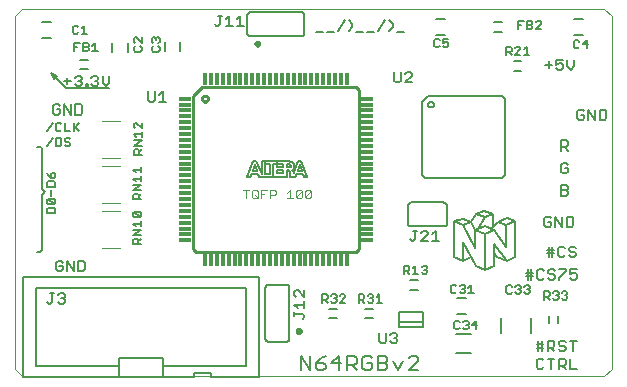
<source format=gto>
G75*
%MOIN*%
%OFA0B0*%
%FSLAX25Y25*%
%IPPOS*%
%LPD*%
%AMOC8*
5,1,8,0,0,1.08239X$1,22.5*
%
%ADD10C,0.00000*%
%ADD11C,0.00500*%
%ADD12C,0.00600*%
%ADD13C,0.01200*%
%ADD14C,0.00800*%
%ADD15C,0.00787*%
%ADD16C,0.00400*%
%ADD17C,0.01000*%
%ADD18C,0.00300*%
%ADD19R,0.04133X0.01182*%
%ADD20R,0.04133X0.01181*%
%ADD21R,0.01182X0.04133*%
%ADD22R,0.01181X0.04133*%
D10*
X0005500Y0013000D02*
X0003000Y0015500D01*
X0003000Y0133000D01*
X0005500Y0135500D01*
X0199500Y0135500D01*
X0202000Y0133000D01*
X0202000Y0015500D01*
X0199500Y0013000D01*
X0005500Y0013000D01*
D11*
X0042348Y0057150D02*
X0042348Y0058501D01*
X0042798Y0058952D01*
X0043699Y0058952D01*
X0044149Y0058501D01*
X0044149Y0057150D01*
X0044149Y0058051D02*
X0045050Y0058952D01*
X0045050Y0060097D02*
X0042348Y0060097D01*
X0045050Y0061898D01*
X0042348Y0061898D01*
X0043248Y0063043D02*
X0042348Y0063944D01*
X0045050Y0063944D01*
X0045050Y0063043D02*
X0045050Y0064845D01*
X0044600Y0065990D02*
X0042798Y0067791D01*
X0044600Y0067791D01*
X0045050Y0067341D01*
X0045050Y0066440D01*
X0044600Y0065990D01*
X0042798Y0065990D01*
X0042348Y0066440D01*
X0042348Y0067341D01*
X0042798Y0067791D01*
X0042448Y0072150D02*
X0042448Y0073501D01*
X0042898Y0073952D01*
X0043799Y0073952D01*
X0044249Y0073501D01*
X0044249Y0072150D01*
X0044249Y0073051D02*
X0045150Y0073952D01*
X0045150Y0075097D02*
X0042448Y0075097D01*
X0045150Y0076898D01*
X0042448Y0076898D01*
X0043348Y0078043D02*
X0042448Y0078944D01*
X0045150Y0078944D01*
X0045150Y0078043D02*
X0045150Y0079845D01*
X0045150Y0080990D02*
X0045150Y0082791D01*
X0045150Y0081890D02*
X0042448Y0081890D01*
X0043348Y0080990D01*
X0042548Y0086950D02*
X0042548Y0088301D01*
X0042998Y0088752D01*
X0043899Y0088752D01*
X0044349Y0088301D01*
X0044349Y0086950D01*
X0044349Y0087851D02*
X0045250Y0088752D01*
X0045250Y0089897D02*
X0042548Y0089897D01*
X0045250Y0091698D01*
X0042548Y0091698D01*
X0043448Y0092843D02*
X0042548Y0093744D01*
X0045250Y0093744D01*
X0045250Y0092843D02*
X0045250Y0094645D01*
X0045250Y0095790D02*
X0043448Y0097591D01*
X0042998Y0097591D01*
X0042548Y0097141D01*
X0042548Y0096240D01*
X0042998Y0095790D01*
X0045250Y0095790D02*
X0045250Y0097591D01*
X0045250Y0086950D02*
X0042548Y0086950D01*
X0024391Y0094750D02*
X0023040Y0096101D01*
X0022590Y0095651D02*
X0024391Y0097452D01*
X0022590Y0097452D02*
X0022590Y0094750D01*
X0021445Y0094750D02*
X0019643Y0094750D01*
X0019643Y0097452D01*
X0018498Y0097002D02*
X0018048Y0097452D01*
X0017147Y0097452D01*
X0016697Y0097002D01*
X0016697Y0095200D01*
X0017147Y0094750D01*
X0018048Y0094750D01*
X0018498Y0095200D01*
X0018048Y0092452D02*
X0016697Y0092452D01*
X0016697Y0089750D01*
X0018048Y0089750D01*
X0018498Y0090200D01*
X0018498Y0092002D01*
X0018048Y0092452D01*
X0019643Y0092002D02*
X0019643Y0091552D01*
X0020093Y0091101D01*
X0020994Y0091101D01*
X0021445Y0090651D01*
X0021445Y0090200D01*
X0020994Y0089750D01*
X0020093Y0089750D01*
X0019643Y0090200D01*
X0019643Y0092002D02*
X0020093Y0092452D01*
X0020994Y0092452D01*
X0021445Y0092002D01*
X0015552Y0092452D02*
X0013750Y0089750D01*
X0013750Y0094750D02*
X0015552Y0097452D01*
X0015449Y0080971D02*
X0014999Y0080521D01*
X0014999Y0079170D01*
X0015900Y0079170D01*
X0016350Y0079620D01*
X0016350Y0080521D01*
X0015900Y0080971D01*
X0015449Y0080971D01*
X0014098Y0080071D02*
X0014999Y0079170D01*
X0014098Y0080071D02*
X0013648Y0080971D01*
X0014098Y0078025D02*
X0013648Y0077574D01*
X0013648Y0076223D01*
X0016350Y0076223D01*
X0016350Y0077574D01*
X0015900Y0078025D01*
X0014098Y0078025D01*
X0014999Y0075078D02*
X0014999Y0073277D01*
X0014098Y0072132D02*
X0015900Y0072132D01*
X0016350Y0071681D01*
X0016350Y0070781D01*
X0015900Y0070330D01*
X0014098Y0072132D01*
X0013648Y0071681D01*
X0013648Y0070781D01*
X0014098Y0070330D01*
X0015900Y0070330D01*
X0015900Y0069185D02*
X0014098Y0069185D01*
X0013648Y0068735D01*
X0013648Y0067384D01*
X0016350Y0067384D01*
X0016350Y0068735D01*
X0015900Y0069185D01*
X0042448Y0072150D02*
X0045150Y0072150D01*
X0045050Y0057150D02*
X0042348Y0057150D01*
X0080484Y0079406D02*
X0081484Y0079406D01*
X0081984Y0080406D01*
X0083984Y0080406D01*
X0084484Y0079406D01*
X0088984Y0079406D01*
X0088984Y0083657D01*
X0090484Y0083657D01*
X0092484Y0083657D01*
X0092484Y0082657D01*
X0090484Y0082657D01*
X0090484Y0083657D01*
X0090484Y0084657D01*
X0094732Y0084657D01*
X0094484Y0083657D02*
X0093732Y0083657D01*
X0093732Y0082657D01*
X0094484Y0082657D01*
X0094528Y0082659D01*
X0094571Y0082665D01*
X0094613Y0082674D01*
X0094655Y0082687D01*
X0094695Y0082704D01*
X0094734Y0082724D01*
X0094771Y0082747D01*
X0094805Y0082774D01*
X0094838Y0082803D01*
X0094867Y0082836D01*
X0094894Y0082870D01*
X0094917Y0082907D01*
X0094937Y0082946D01*
X0094954Y0082986D01*
X0094967Y0083028D01*
X0094976Y0083070D01*
X0094982Y0083113D01*
X0094984Y0083157D01*
X0094982Y0083201D01*
X0094976Y0083244D01*
X0094967Y0083286D01*
X0094954Y0083328D01*
X0094937Y0083368D01*
X0094917Y0083407D01*
X0094894Y0083444D01*
X0094867Y0083478D01*
X0094838Y0083511D01*
X0094805Y0083540D01*
X0094771Y0083567D01*
X0094734Y0083590D01*
X0094695Y0083610D01*
X0094655Y0083627D01*
X0094613Y0083640D01*
X0094571Y0083649D01*
X0094528Y0083655D01*
X0094484Y0083657D01*
X0094733Y0084658D02*
X0094809Y0084649D01*
X0094886Y0084637D01*
X0094961Y0084621D01*
X0095036Y0084601D01*
X0095109Y0084577D01*
X0095182Y0084550D01*
X0095252Y0084519D01*
X0095321Y0084484D01*
X0095389Y0084446D01*
X0095454Y0084405D01*
X0095517Y0084360D01*
X0095577Y0084312D01*
X0095636Y0084261D01*
X0095691Y0084208D01*
X0095744Y0084151D01*
X0095793Y0084092D01*
X0095840Y0084030D01*
X0095883Y0083967D01*
X0095924Y0083901D01*
X0095960Y0083833D01*
X0095994Y0083763D01*
X0096023Y0083692D01*
X0096049Y0083619D01*
X0096071Y0083545D01*
X0096090Y0083470D01*
X0096104Y0083394D01*
X0096115Y0083317D01*
X0096122Y0083240D01*
X0096125Y0083163D01*
X0096124Y0083086D01*
X0096119Y0083009D01*
X0096110Y0082932D01*
X0096097Y0082856D01*
X0096081Y0082781D01*
X0096060Y0082706D01*
X0096036Y0082633D01*
X0096008Y0082561D01*
X0095977Y0082490D01*
X0095941Y0082421D01*
X0095903Y0082354D01*
X0095861Y0082290D01*
X0095816Y0082227D01*
X0095768Y0082167D01*
X0095716Y0082109D01*
X0095662Y0082054D01*
X0095605Y0082001D01*
X0095546Y0081952D01*
X0095484Y0081906D01*
X0095484Y0081908D02*
X0095535Y0081883D01*
X0095585Y0081853D01*
X0095632Y0081821D01*
X0095678Y0081786D01*
X0095721Y0081748D01*
X0095762Y0081707D01*
X0095800Y0081664D01*
X0095835Y0081619D01*
X0095867Y0081571D01*
X0095896Y0081521D01*
X0095921Y0081470D01*
X0095944Y0081417D01*
X0095962Y0081362D01*
X0095978Y0081307D01*
X0095990Y0081250D01*
X0095998Y0081193D01*
X0096002Y0081136D01*
X0096003Y0081079D01*
X0096000Y0081021D01*
X0095993Y0080964D01*
X0095983Y0080907D01*
X0095984Y0081157D02*
X0097484Y0084657D01*
X0098484Y0084657D01*
X0100484Y0079406D01*
X0099484Y0079406D01*
X0098984Y0080406D01*
X0096984Y0080406D01*
X0096484Y0079406D01*
X0094732Y0079406D01*
X0094732Y0081157D01*
X0094730Y0081201D01*
X0094724Y0081244D01*
X0094715Y0081286D01*
X0094702Y0081328D01*
X0094685Y0081368D01*
X0094665Y0081407D01*
X0094642Y0081444D01*
X0094615Y0081478D01*
X0094586Y0081511D01*
X0094553Y0081540D01*
X0094519Y0081567D01*
X0094482Y0081590D01*
X0094443Y0081610D01*
X0094403Y0081627D01*
X0094361Y0081640D01*
X0094319Y0081649D01*
X0094276Y0081655D01*
X0094232Y0081657D01*
X0093732Y0081657D01*
X0093732Y0079406D01*
X0089232Y0079406D01*
X0087984Y0080406D02*
X0086232Y0080406D01*
X0086232Y0083657D01*
X0087984Y0083657D01*
X0087984Y0080406D01*
X0090484Y0080657D02*
X0090484Y0081657D01*
X0092484Y0081657D01*
X0092484Y0080657D01*
X0090484Y0080657D01*
X0086232Y0083657D02*
X0086232Y0084657D01*
X0090484Y0084657D01*
X0086232Y0084657D02*
X0085232Y0084657D01*
X0085232Y0080406D01*
X0083484Y0084657D01*
X0082484Y0084657D01*
X0080484Y0079406D01*
X0082232Y0081406D02*
X0083732Y0081406D01*
X0082984Y0083657D01*
X0082232Y0081406D01*
X0097232Y0081406D02*
X0097984Y0083657D01*
X0098732Y0081406D01*
X0097232Y0081406D01*
X0132650Y0049952D02*
X0134001Y0049952D01*
X0134452Y0049502D01*
X0134452Y0048601D01*
X0134001Y0048151D01*
X0132650Y0048151D01*
X0133551Y0048151D02*
X0134452Y0047250D01*
X0135597Y0047250D02*
X0137398Y0047250D01*
X0136497Y0047250D02*
X0136497Y0049952D01*
X0135597Y0049052D01*
X0138543Y0049502D02*
X0138993Y0049952D01*
X0139894Y0049952D01*
X0140345Y0049502D01*
X0140345Y0049052D01*
X0139894Y0048601D01*
X0140345Y0048151D01*
X0140345Y0047700D01*
X0139894Y0047250D01*
X0138993Y0047250D01*
X0138543Y0047700D01*
X0139444Y0048601D02*
X0139894Y0048601D01*
X0132650Y0047250D02*
X0132650Y0049952D01*
X0124444Y0040352D02*
X0124444Y0037650D01*
X0123543Y0037650D02*
X0125345Y0037650D01*
X0123543Y0039452D02*
X0124444Y0040352D01*
X0122398Y0039902D02*
X0122398Y0039452D01*
X0121948Y0039001D01*
X0122398Y0038551D01*
X0122398Y0038100D01*
X0121948Y0037650D01*
X0121047Y0037650D01*
X0120597Y0038100D01*
X0119452Y0037650D02*
X0118551Y0038551D01*
X0119001Y0038551D02*
X0117650Y0038551D01*
X0117650Y0037650D02*
X0117650Y0040352D01*
X0119001Y0040352D01*
X0119452Y0039902D01*
X0119452Y0039001D01*
X0119001Y0038551D01*
X0120597Y0039902D02*
X0121047Y0040352D01*
X0121948Y0040352D01*
X0122398Y0039902D01*
X0121948Y0039001D02*
X0121497Y0039001D01*
X0113145Y0039452D02*
X0113145Y0039902D01*
X0112694Y0040352D01*
X0111793Y0040352D01*
X0111343Y0039902D01*
X0110198Y0039902D02*
X0110198Y0039452D01*
X0109748Y0039001D01*
X0110198Y0038551D01*
X0110198Y0038100D01*
X0109748Y0037650D01*
X0108847Y0037650D01*
X0108397Y0038100D01*
X0107252Y0037650D02*
X0106351Y0038551D01*
X0106801Y0038551D02*
X0105450Y0038551D01*
X0105450Y0037650D02*
X0105450Y0040352D01*
X0106801Y0040352D01*
X0107252Y0039902D01*
X0107252Y0039001D01*
X0106801Y0038551D01*
X0108397Y0039902D02*
X0108847Y0040352D01*
X0109748Y0040352D01*
X0110198Y0039902D01*
X0109748Y0039001D02*
X0109297Y0039001D01*
X0111343Y0037650D02*
X0113145Y0039452D01*
X0113145Y0037650D02*
X0111343Y0037650D01*
X0148250Y0041200D02*
X0148700Y0040750D01*
X0149601Y0040750D01*
X0150052Y0041200D01*
X0151197Y0041200D02*
X0151647Y0040750D01*
X0152548Y0040750D01*
X0152998Y0041200D01*
X0152998Y0041651D01*
X0152548Y0042101D01*
X0152097Y0042101D01*
X0152548Y0042101D02*
X0152998Y0042552D01*
X0152998Y0043002D01*
X0152548Y0043452D01*
X0151647Y0043452D01*
X0151197Y0043002D01*
X0150052Y0043002D02*
X0149601Y0043452D01*
X0148700Y0043452D01*
X0148250Y0043002D01*
X0148250Y0041200D01*
X0154143Y0040750D02*
X0155945Y0040750D01*
X0155044Y0040750D02*
X0155044Y0043452D01*
X0154143Y0042552D01*
X0166850Y0042902D02*
X0166850Y0041100D01*
X0167300Y0040650D01*
X0168201Y0040650D01*
X0168652Y0041100D01*
X0169797Y0041100D02*
X0170247Y0040650D01*
X0171148Y0040650D01*
X0171598Y0041100D01*
X0171598Y0041551D01*
X0171148Y0042001D01*
X0170697Y0042001D01*
X0171148Y0042001D02*
X0171598Y0042452D01*
X0171598Y0042902D01*
X0171148Y0043352D01*
X0170247Y0043352D01*
X0169797Y0042902D01*
X0168652Y0042902D02*
X0168201Y0043352D01*
X0167300Y0043352D01*
X0166850Y0042902D01*
X0172743Y0042902D02*
X0173193Y0043352D01*
X0174094Y0043352D01*
X0174545Y0042902D01*
X0174545Y0042452D01*
X0174094Y0042001D01*
X0174545Y0041551D01*
X0174545Y0041100D01*
X0174094Y0040650D01*
X0173193Y0040650D01*
X0172743Y0041100D01*
X0173644Y0042001D02*
X0174094Y0042001D01*
X0179450Y0041352D02*
X0180801Y0041352D01*
X0181252Y0040902D01*
X0181252Y0040001D01*
X0180801Y0039551D01*
X0179450Y0039551D01*
X0180351Y0039551D02*
X0181252Y0038650D01*
X0182397Y0039100D02*
X0182847Y0038650D01*
X0183748Y0038650D01*
X0184198Y0039100D01*
X0184198Y0039551D01*
X0183748Y0040001D01*
X0183297Y0040001D01*
X0183748Y0040001D02*
X0184198Y0040452D01*
X0184198Y0040902D01*
X0183748Y0041352D01*
X0182847Y0041352D01*
X0182397Y0040902D01*
X0185343Y0040902D02*
X0185793Y0041352D01*
X0186694Y0041352D01*
X0187145Y0040902D01*
X0187145Y0040452D01*
X0186694Y0040001D01*
X0187145Y0039551D01*
X0187145Y0039100D01*
X0186694Y0038650D01*
X0185793Y0038650D01*
X0185343Y0039100D01*
X0186244Y0040001D02*
X0186694Y0040001D01*
X0179450Y0038650D02*
X0179450Y0041352D01*
X0156694Y0031552D02*
X0156694Y0028850D01*
X0157145Y0030201D02*
X0155343Y0030201D01*
X0156694Y0031552D01*
X0154198Y0031102D02*
X0154198Y0030652D01*
X0153748Y0030201D01*
X0154198Y0029751D01*
X0154198Y0029300D01*
X0153748Y0028850D01*
X0152847Y0028850D01*
X0152397Y0029300D01*
X0151252Y0029300D02*
X0150801Y0028850D01*
X0149900Y0028850D01*
X0149450Y0029300D01*
X0149450Y0031102D01*
X0149900Y0031552D01*
X0150801Y0031552D01*
X0151252Y0031102D01*
X0152397Y0031102D02*
X0152847Y0031552D01*
X0153748Y0031552D01*
X0154198Y0031102D01*
X0153748Y0030201D02*
X0153297Y0030201D01*
X0166750Y0120250D02*
X0166750Y0122952D01*
X0168101Y0122952D01*
X0168552Y0122502D01*
X0168552Y0121601D01*
X0168101Y0121151D01*
X0166750Y0121151D01*
X0167651Y0121151D02*
X0168552Y0120250D01*
X0169697Y0120250D02*
X0171498Y0122052D01*
X0171498Y0122502D01*
X0171048Y0122952D01*
X0170147Y0122952D01*
X0169697Y0122502D01*
X0169697Y0120250D02*
X0171498Y0120250D01*
X0172643Y0120250D02*
X0174445Y0120250D01*
X0173544Y0120250D02*
X0173544Y0122952D01*
X0172643Y0122052D01*
X0173697Y0128750D02*
X0175048Y0128750D01*
X0175498Y0129200D01*
X0175498Y0129651D01*
X0175048Y0130101D01*
X0173697Y0130101D01*
X0175048Y0130101D02*
X0175498Y0130552D01*
X0175498Y0131002D01*
X0175048Y0131452D01*
X0173697Y0131452D01*
X0173697Y0128750D01*
X0171651Y0130101D02*
X0170750Y0130101D01*
X0170750Y0128750D02*
X0170750Y0131452D01*
X0172552Y0131452D01*
X0176643Y0131002D02*
X0177093Y0131452D01*
X0177994Y0131452D01*
X0178445Y0131002D01*
X0178445Y0130552D01*
X0176643Y0128750D01*
X0178445Y0128750D01*
X0189250Y0124602D02*
X0189250Y0122800D01*
X0189700Y0122350D01*
X0190601Y0122350D01*
X0191052Y0122800D01*
X0192197Y0123701D02*
X0193998Y0123701D01*
X0193548Y0122350D02*
X0193548Y0125052D01*
X0192197Y0123701D01*
X0191052Y0124602D02*
X0190601Y0125052D01*
X0189700Y0125052D01*
X0189250Y0124602D01*
X0147498Y0124101D02*
X0147498Y0123200D01*
X0147048Y0122750D01*
X0146147Y0122750D01*
X0145697Y0123200D01*
X0145697Y0124101D02*
X0146597Y0124552D01*
X0147048Y0124552D01*
X0147498Y0124101D01*
X0147498Y0125452D02*
X0145697Y0125452D01*
X0145697Y0124101D01*
X0144552Y0123200D02*
X0144101Y0122750D01*
X0143200Y0122750D01*
X0142750Y0123200D01*
X0142750Y0125002D01*
X0143200Y0125452D01*
X0144101Y0125452D01*
X0144552Y0125002D01*
X0051250Y0124647D02*
X0050800Y0124197D01*
X0051250Y0124647D02*
X0051250Y0125548D01*
X0050800Y0125998D01*
X0050349Y0125998D01*
X0049899Y0125548D01*
X0049899Y0125097D01*
X0049899Y0125548D02*
X0049448Y0125998D01*
X0048998Y0125998D01*
X0048548Y0125548D01*
X0048548Y0124647D01*
X0048998Y0124197D01*
X0048998Y0123052D02*
X0048548Y0122601D01*
X0048548Y0121700D01*
X0048998Y0121250D01*
X0050800Y0121250D01*
X0051250Y0121700D01*
X0051250Y0122601D01*
X0050800Y0123052D01*
X0045250Y0122601D02*
X0044800Y0123052D01*
X0045250Y0122601D02*
X0045250Y0121700D01*
X0044800Y0121250D01*
X0042998Y0121250D01*
X0042548Y0121700D01*
X0042548Y0122601D01*
X0042998Y0123052D01*
X0042998Y0124197D02*
X0042548Y0124647D01*
X0042548Y0125548D01*
X0042998Y0125998D01*
X0043448Y0125998D01*
X0045250Y0124197D01*
X0045250Y0125998D01*
X0030545Y0121450D02*
X0028743Y0121450D01*
X0029644Y0121450D02*
X0029644Y0124152D01*
X0028743Y0123252D01*
X0027598Y0123252D02*
X0027148Y0122801D01*
X0025797Y0122801D01*
X0027148Y0122801D02*
X0027598Y0122351D01*
X0027598Y0121900D01*
X0027148Y0121450D01*
X0025797Y0121450D01*
X0025797Y0124152D01*
X0027148Y0124152D01*
X0027598Y0123702D01*
X0027598Y0123252D01*
X0024652Y0124152D02*
X0022850Y0124152D01*
X0022850Y0121450D01*
X0022850Y0122801D02*
X0023751Y0122801D01*
X0023601Y0127250D02*
X0024052Y0127700D01*
X0023601Y0127250D02*
X0022700Y0127250D01*
X0022250Y0127700D01*
X0022250Y0129502D01*
X0022700Y0129952D01*
X0023601Y0129952D01*
X0024052Y0129502D01*
X0025197Y0129052D02*
X0026097Y0129952D01*
X0026097Y0127250D01*
X0025197Y0127250D02*
X0026998Y0127250D01*
D12*
X0035400Y0124000D02*
X0035400Y0121000D01*
X0040600Y0121000D02*
X0040600Y0124000D01*
X0052900Y0124500D02*
X0052900Y0121500D01*
X0058100Y0121500D02*
X0058100Y0124500D01*
X0069600Y0130367D02*
X0070167Y0129800D01*
X0070734Y0129800D01*
X0071301Y0130367D01*
X0071301Y0133203D01*
X0070734Y0133203D02*
X0071869Y0133203D01*
X0073283Y0132069D02*
X0074417Y0133203D01*
X0074417Y0129800D01*
X0073283Y0129800D02*
X0075552Y0129800D01*
X0076966Y0129800D02*
X0079235Y0129800D01*
X0078101Y0129800D02*
X0078101Y0133203D01*
X0076966Y0132069D01*
X0080500Y0133500D02*
X0080500Y0127500D01*
X0080502Y0127440D01*
X0080507Y0127379D01*
X0080516Y0127320D01*
X0080529Y0127261D01*
X0080545Y0127202D01*
X0080565Y0127145D01*
X0080588Y0127090D01*
X0080615Y0127035D01*
X0080644Y0126983D01*
X0080677Y0126932D01*
X0080713Y0126883D01*
X0080751Y0126837D01*
X0080793Y0126793D01*
X0080837Y0126751D01*
X0080883Y0126713D01*
X0080932Y0126677D01*
X0080983Y0126644D01*
X0081035Y0126615D01*
X0081090Y0126588D01*
X0081145Y0126565D01*
X0081202Y0126545D01*
X0081261Y0126529D01*
X0081320Y0126516D01*
X0081379Y0126507D01*
X0081440Y0126502D01*
X0081500Y0126500D01*
X0098500Y0126500D01*
X0098560Y0126502D01*
X0098621Y0126507D01*
X0098680Y0126516D01*
X0098739Y0126529D01*
X0098798Y0126545D01*
X0098855Y0126565D01*
X0098910Y0126588D01*
X0098965Y0126615D01*
X0099017Y0126644D01*
X0099068Y0126677D01*
X0099117Y0126713D01*
X0099163Y0126751D01*
X0099207Y0126793D01*
X0099249Y0126837D01*
X0099287Y0126883D01*
X0099323Y0126932D01*
X0099356Y0126983D01*
X0099385Y0127035D01*
X0099412Y0127090D01*
X0099435Y0127145D01*
X0099455Y0127202D01*
X0099471Y0127261D01*
X0099484Y0127320D01*
X0099493Y0127379D01*
X0099498Y0127440D01*
X0099500Y0127500D01*
X0099500Y0133500D01*
X0099498Y0133560D01*
X0099493Y0133621D01*
X0099484Y0133680D01*
X0099471Y0133739D01*
X0099455Y0133798D01*
X0099435Y0133855D01*
X0099412Y0133910D01*
X0099385Y0133965D01*
X0099356Y0134017D01*
X0099323Y0134068D01*
X0099287Y0134117D01*
X0099249Y0134163D01*
X0099207Y0134207D01*
X0099163Y0134249D01*
X0099117Y0134287D01*
X0099068Y0134323D01*
X0099017Y0134356D01*
X0098965Y0134385D01*
X0098910Y0134412D01*
X0098855Y0134435D01*
X0098798Y0134455D01*
X0098739Y0134471D01*
X0098680Y0134484D01*
X0098621Y0134493D01*
X0098560Y0134498D01*
X0098500Y0134500D01*
X0081500Y0134500D01*
X0081440Y0134498D01*
X0081379Y0134493D01*
X0081320Y0134484D01*
X0081261Y0134471D01*
X0081202Y0134455D01*
X0081145Y0134435D01*
X0081090Y0134412D01*
X0081035Y0134385D01*
X0080983Y0134356D01*
X0080932Y0134323D01*
X0080883Y0134287D01*
X0080837Y0134249D01*
X0080793Y0134207D01*
X0080751Y0134163D01*
X0080713Y0134117D01*
X0080677Y0134068D01*
X0080644Y0134017D01*
X0080615Y0133965D01*
X0080588Y0133910D01*
X0080565Y0133855D01*
X0080545Y0133798D01*
X0080529Y0133739D01*
X0080516Y0133680D01*
X0080507Y0133621D01*
X0080502Y0133560D01*
X0080500Y0133500D01*
X0103300Y0127733D02*
X0105569Y0127733D01*
X0106983Y0127733D02*
X0109252Y0127733D01*
X0110666Y0128300D02*
X0112935Y0131703D01*
X0114349Y0131703D02*
X0115484Y0130569D01*
X0115484Y0129434D01*
X0114349Y0128300D01*
X0116805Y0127733D02*
X0119073Y0127733D01*
X0120488Y0127733D02*
X0122757Y0127733D01*
X0124171Y0128300D02*
X0126440Y0131703D01*
X0127854Y0131703D02*
X0128989Y0130569D01*
X0128989Y0129434D01*
X0127854Y0128300D01*
X0130310Y0127733D02*
X0132578Y0127733D01*
X0143500Y0126900D02*
X0146500Y0126900D01*
X0146500Y0132100D02*
X0143500Y0132100D01*
X0162750Y0131062D02*
X0165250Y0131062D01*
X0165250Y0127937D02*
X0162750Y0127937D01*
X0169250Y0118062D02*
X0171750Y0118062D01*
X0171750Y0114937D02*
X0169250Y0114937D01*
X0179800Y0116901D02*
X0182069Y0116901D01*
X0183483Y0116901D02*
X0184617Y0117469D01*
X0185185Y0117469D01*
X0185752Y0116901D01*
X0185752Y0115767D01*
X0185185Y0115200D01*
X0184050Y0115200D01*
X0183483Y0115767D01*
X0183483Y0116901D02*
X0183483Y0118603D01*
X0185752Y0118603D01*
X0187166Y0118603D02*
X0187166Y0116334D01*
X0188301Y0115200D01*
X0189435Y0116334D01*
X0189435Y0118603D01*
X0180934Y0118036D02*
X0180934Y0115767D01*
X0166280Y0105622D02*
X0165295Y0106606D01*
X0140689Y0106606D01*
X0138720Y0104638D01*
X0138720Y0080031D01*
X0139705Y0079047D01*
X0165295Y0079047D01*
X0166280Y0080031D01*
X0166280Y0105622D01*
X0185100Y0091703D02*
X0186801Y0091703D01*
X0187369Y0091136D01*
X0187369Y0090001D01*
X0186801Y0089434D01*
X0185100Y0089434D01*
X0185100Y0088300D02*
X0185100Y0091703D01*
X0186234Y0089434D02*
X0187369Y0088300D01*
X0186801Y0084103D02*
X0185667Y0084103D01*
X0185100Y0083536D01*
X0185100Y0081267D01*
X0185667Y0080700D01*
X0186801Y0080700D01*
X0187369Y0081267D01*
X0187369Y0082401D01*
X0186234Y0082401D01*
X0187369Y0083536D02*
X0186801Y0084103D01*
X0186801Y0076703D02*
X0185100Y0076703D01*
X0185100Y0073300D01*
X0186801Y0073300D01*
X0187369Y0073867D01*
X0187369Y0074434D01*
X0186801Y0075001D01*
X0185100Y0075001D01*
X0186801Y0075001D02*
X0187369Y0075569D01*
X0187369Y0076136D01*
X0186801Y0076703D01*
X0186866Y0066303D02*
X0188568Y0066303D01*
X0189135Y0065736D01*
X0189135Y0063467D01*
X0188568Y0062900D01*
X0186866Y0062900D01*
X0186866Y0066303D01*
X0185452Y0066303D02*
X0185452Y0062900D01*
X0183183Y0066303D01*
X0183183Y0062900D01*
X0181769Y0063467D02*
X0181769Y0064601D01*
X0180634Y0064601D01*
X0179500Y0063467D02*
X0180067Y0062900D01*
X0181201Y0062900D01*
X0181769Y0063467D01*
X0179500Y0063467D02*
X0179500Y0065736D01*
X0180067Y0066303D01*
X0181201Y0066303D01*
X0181769Y0065736D01*
X0182001Y0056303D02*
X0182001Y0052900D01*
X0180867Y0052900D02*
X0180867Y0056303D01*
X0180300Y0055169D02*
X0182001Y0055169D01*
X0182569Y0055169D01*
X0182569Y0054034D02*
X0180300Y0054034D01*
X0183983Y0053467D02*
X0183983Y0055736D01*
X0184550Y0056303D01*
X0185685Y0056303D01*
X0186252Y0055736D01*
X0187666Y0055736D02*
X0187666Y0055169D01*
X0188233Y0054601D01*
X0189368Y0054601D01*
X0189935Y0054034D01*
X0189935Y0053467D01*
X0189368Y0052900D01*
X0188233Y0052900D01*
X0187666Y0053467D01*
X0186252Y0053467D02*
X0185685Y0052900D01*
X0184550Y0052900D01*
X0183983Y0053467D01*
X0187666Y0055736D02*
X0188233Y0056303D01*
X0189368Y0056303D01*
X0189935Y0055736D01*
X0190301Y0048703D02*
X0188033Y0048703D01*
X0188033Y0047001D01*
X0189167Y0047569D01*
X0189734Y0047569D01*
X0190301Y0047001D01*
X0190301Y0045867D01*
X0189734Y0045300D01*
X0188600Y0045300D01*
X0188033Y0045867D01*
X0186618Y0048136D02*
X0184349Y0045867D01*
X0184349Y0045300D01*
X0182935Y0045867D02*
X0182935Y0046434D01*
X0182368Y0047001D01*
X0181233Y0047001D01*
X0180666Y0047569D01*
X0180666Y0048136D01*
X0181233Y0048703D01*
X0182368Y0048703D01*
X0182935Y0048136D01*
X0184349Y0048703D02*
X0186618Y0048703D01*
X0186618Y0048136D01*
X0182935Y0045867D02*
X0182368Y0045300D01*
X0181233Y0045300D01*
X0180666Y0045867D01*
X0179252Y0045867D02*
X0178685Y0045300D01*
X0177550Y0045300D01*
X0176983Y0045867D01*
X0176983Y0048136D01*
X0177550Y0048703D01*
X0178685Y0048703D01*
X0179252Y0048136D01*
X0175569Y0047569D02*
X0175001Y0047569D01*
X0173300Y0047569D01*
X0173300Y0046434D02*
X0175569Y0046434D01*
X0175001Y0045300D02*
X0175001Y0048703D01*
X0173867Y0048703D02*
X0173867Y0045300D01*
X0175000Y0032500D02*
X0175000Y0027500D01*
X0177467Y0024903D02*
X0177467Y0021500D01*
X0178601Y0021500D02*
X0178601Y0024903D01*
X0178601Y0023769D02*
X0179169Y0023769D01*
X0178601Y0023769D02*
X0176900Y0023769D01*
X0176900Y0022634D02*
X0179169Y0022634D01*
X0180583Y0022634D02*
X0182285Y0022634D01*
X0182852Y0023201D01*
X0182852Y0024336D01*
X0182285Y0024903D01*
X0180583Y0024903D01*
X0180583Y0021500D01*
X0181717Y0022634D02*
X0182852Y0021500D01*
X0184266Y0022067D02*
X0184833Y0021500D01*
X0185968Y0021500D01*
X0186535Y0022067D01*
X0186535Y0022634D01*
X0185968Y0023201D01*
X0184833Y0023201D01*
X0184266Y0023769D01*
X0184266Y0024336D01*
X0184833Y0024903D01*
X0185968Y0024903D01*
X0186535Y0024336D01*
X0187949Y0024903D02*
X0190218Y0024903D01*
X0189084Y0024903D02*
X0189084Y0021500D01*
X0187949Y0018903D02*
X0187949Y0015500D01*
X0190218Y0015500D01*
X0186535Y0015500D02*
X0185401Y0016634D01*
X0185968Y0016634D02*
X0184266Y0016634D01*
X0184266Y0015500D02*
X0184266Y0018903D01*
X0185968Y0018903D01*
X0186535Y0018336D01*
X0186535Y0017201D01*
X0185968Y0016634D01*
X0182852Y0018903D02*
X0180583Y0018903D01*
X0181717Y0018903D02*
X0181717Y0015500D01*
X0179169Y0016067D02*
X0178601Y0015500D01*
X0177467Y0015500D01*
X0176900Y0016067D01*
X0176900Y0018336D01*
X0177467Y0018903D01*
X0178601Y0018903D01*
X0179169Y0018336D01*
X0165000Y0027500D02*
X0165000Y0032500D01*
X0155000Y0027125D02*
X0150000Y0027125D01*
X0150000Y0020875D02*
X0155000Y0020875D01*
X0138937Y0029539D02*
X0138937Y0031131D01*
X0131063Y0031131D01*
X0131063Y0034461D01*
X0138937Y0034461D01*
X0138937Y0031131D01*
X0138937Y0029539D02*
X0131063Y0029539D01*
X0131063Y0031131D01*
X0129885Y0027503D02*
X0128750Y0027503D01*
X0128183Y0026936D01*
X0126769Y0027503D02*
X0126769Y0024667D01*
X0126201Y0024100D01*
X0125067Y0024100D01*
X0124500Y0024667D01*
X0124500Y0027503D01*
X0128183Y0024667D02*
X0128750Y0024100D01*
X0129885Y0024100D01*
X0130452Y0024667D01*
X0130452Y0025234D01*
X0129885Y0025801D01*
X0129317Y0025801D01*
X0129885Y0025801D02*
X0130452Y0026369D01*
X0130452Y0026936D01*
X0129885Y0027503D01*
X0122250Y0032437D02*
X0119750Y0032437D01*
X0119750Y0035563D02*
X0122250Y0035563D01*
X0110250Y0035563D02*
X0107750Y0035563D01*
X0107750Y0032437D02*
X0110250Y0032437D01*
X0099500Y0032667D02*
X0099500Y0033234D01*
X0098933Y0033801D01*
X0096097Y0033801D01*
X0096097Y0033234D02*
X0096097Y0034369D01*
X0097231Y0035783D02*
X0096097Y0036917D01*
X0099500Y0036917D01*
X0099500Y0035783D02*
X0099500Y0038052D01*
X0099500Y0039466D02*
X0097231Y0041735D01*
X0096664Y0041735D01*
X0096097Y0041168D01*
X0096097Y0040033D01*
X0096664Y0039466D01*
X0099500Y0039466D02*
X0099500Y0041735D01*
X0094500Y0042600D02*
X0094500Y0025600D01*
X0094498Y0025540D01*
X0094493Y0025479D01*
X0094484Y0025420D01*
X0094471Y0025361D01*
X0094455Y0025302D01*
X0094435Y0025245D01*
X0094412Y0025190D01*
X0094385Y0025135D01*
X0094356Y0025083D01*
X0094323Y0025032D01*
X0094287Y0024983D01*
X0094249Y0024937D01*
X0094207Y0024893D01*
X0094163Y0024851D01*
X0094117Y0024813D01*
X0094068Y0024777D01*
X0094017Y0024744D01*
X0093965Y0024715D01*
X0093910Y0024688D01*
X0093855Y0024665D01*
X0093798Y0024645D01*
X0093739Y0024629D01*
X0093680Y0024616D01*
X0093621Y0024607D01*
X0093560Y0024602D01*
X0093500Y0024600D01*
X0087500Y0024600D01*
X0087440Y0024602D01*
X0087379Y0024607D01*
X0087320Y0024616D01*
X0087261Y0024629D01*
X0087202Y0024645D01*
X0087145Y0024665D01*
X0087090Y0024688D01*
X0087035Y0024715D01*
X0086983Y0024744D01*
X0086932Y0024777D01*
X0086883Y0024813D01*
X0086837Y0024851D01*
X0086793Y0024893D01*
X0086751Y0024937D01*
X0086713Y0024983D01*
X0086677Y0025032D01*
X0086644Y0025083D01*
X0086615Y0025135D01*
X0086588Y0025190D01*
X0086565Y0025245D01*
X0086545Y0025302D01*
X0086529Y0025361D01*
X0086516Y0025420D01*
X0086507Y0025479D01*
X0086502Y0025540D01*
X0086500Y0025600D01*
X0086500Y0042600D01*
X0086502Y0042660D01*
X0086507Y0042721D01*
X0086516Y0042780D01*
X0086529Y0042839D01*
X0086545Y0042898D01*
X0086565Y0042955D01*
X0086588Y0043010D01*
X0086615Y0043065D01*
X0086644Y0043117D01*
X0086677Y0043168D01*
X0086713Y0043217D01*
X0086751Y0043263D01*
X0086793Y0043307D01*
X0086837Y0043349D01*
X0086883Y0043387D01*
X0086932Y0043423D01*
X0086983Y0043456D01*
X0087035Y0043485D01*
X0087090Y0043512D01*
X0087145Y0043535D01*
X0087202Y0043555D01*
X0087261Y0043571D01*
X0087320Y0043584D01*
X0087379Y0043593D01*
X0087440Y0043598D01*
X0087500Y0043600D01*
X0093500Y0043600D01*
X0093560Y0043598D01*
X0093621Y0043593D01*
X0093680Y0043584D01*
X0093739Y0043571D01*
X0093798Y0043555D01*
X0093855Y0043535D01*
X0093910Y0043512D01*
X0093965Y0043485D01*
X0094017Y0043456D01*
X0094068Y0043423D01*
X0094117Y0043387D01*
X0094163Y0043349D01*
X0094207Y0043307D01*
X0094249Y0043263D01*
X0094287Y0043217D01*
X0094323Y0043168D01*
X0094356Y0043117D01*
X0094385Y0043065D01*
X0094412Y0043010D01*
X0094435Y0042955D01*
X0094455Y0042898D01*
X0094471Y0042839D01*
X0094484Y0042780D01*
X0094493Y0042721D01*
X0094498Y0042660D01*
X0094500Y0042600D01*
X0099500Y0032667D02*
X0098933Y0032100D01*
X0134750Y0041938D02*
X0137250Y0041938D01*
X0137250Y0045062D02*
X0134750Y0045062D01*
X0150500Y0039100D02*
X0153500Y0039100D01*
X0153500Y0033900D02*
X0150500Y0033900D01*
X0180937Y0033250D02*
X0180937Y0030750D01*
X0184062Y0030750D02*
X0184062Y0033250D01*
X0144335Y0058100D02*
X0142066Y0058100D01*
X0143201Y0058100D02*
X0143201Y0061503D01*
X0142066Y0060369D01*
X0140652Y0060369D02*
X0140652Y0060936D01*
X0140085Y0061503D01*
X0138950Y0061503D01*
X0138383Y0060936D01*
X0136969Y0061503D02*
X0135834Y0061503D01*
X0136401Y0061503D02*
X0136401Y0058667D01*
X0135834Y0058100D01*
X0135267Y0058100D01*
X0134700Y0058667D01*
X0138383Y0058100D02*
X0140652Y0060369D01*
X0140652Y0058100D02*
X0138383Y0058100D01*
X0135000Y0063000D02*
X0146000Y0063000D01*
X0146060Y0063002D01*
X0146121Y0063007D01*
X0146180Y0063016D01*
X0146239Y0063029D01*
X0146298Y0063045D01*
X0146355Y0063065D01*
X0146410Y0063088D01*
X0146465Y0063115D01*
X0146517Y0063144D01*
X0146568Y0063177D01*
X0146617Y0063213D01*
X0146663Y0063251D01*
X0146707Y0063293D01*
X0146749Y0063337D01*
X0146787Y0063383D01*
X0146823Y0063432D01*
X0146856Y0063483D01*
X0146885Y0063535D01*
X0146912Y0063590D01*
X0146935Y0063645D01*
X0146955Y0063702D01*
X0146971Y0063761D01*
X0146984Y0063820D01*
X0146993Y0063879D01*
X0146998Y0063940D01*
X0147000Y0064000D01*
X0147000Y0070000D01*
X0146998Y0070060D01*
X0146993Y0070121D01*
X0146984Y0070180D01*
X0146971Y0070239D01*
X0146955Y0070298D01*
X0146935Y0070355D01*
X0146912Y0070410D01*
X0146885Y0070465D01*
X0146856Y0070517D01*
X0146823Y0070568D01*
X0146787Y0070617D01*
X0146749Y0070663D01*
X0146707Y0070707D01*
X0146663Y0070749D01*
X0146617Y0070787D01*
X0146568Y0070823D01*
X0146517Y0070856D01*
X0146465Y0070885D01*
X0146410Y0070912D01*
X0146355Y0070935D01*
X0146298Y0070955D01*
X0146239Y0070971D01*
X0146180Y0070984D01*
X0146121Y0070993D01*
X0146060Y0070998D01*
X0146000Y0071000D01*
X0135000Y0071000D01*
X0134940Y0070998D01*
X0134879Y0070993D01*
X0134820Y0070984D01*
X0134761Y0070971D01*
X0134702Y0070955D01*
X0134645Y0070935D01*
X0134590Y0070912D01*
X0134535Y0070885D01*
X0134483Y0070856D01*
X0134432Y0070823D01*
X0134383Y0070787D01*
X0134337Y0070749D01*
X0134293Y0070707D01*
X0134251Y0070663D01*
X0134213Y0070617D01*
X0134177Y0070568D01*
X0134144Y0070517D01*
X0134115Y0070465D01*
X0134088Y0070410D01*
X0134065Y0070355D01*
X0134045Y0070298D01*
X0134029Y0070239D01*
X0134016Y0070180D01*
X0134007Y0070121D01*
X0134002Y0070060D01*
X0134000Y0070000D01*
X0134000Y0064000D01*
X0134002Y0063940D01*
X0134007Y0063879D01*
X0134016Y0063820D01*
X0134029Y0063761D01*
X0134045Y0063702D01*
X0134065Y0063645D01*
X0134088Y0063590D01*
X0134115Y0063535D01*
X0134144Y0063483D01*
X0134177Y0063432D01*
X0134213Y0063383D01*
X0134251Y0063337D01*
X0134293Y0063293D01*
X0134337Y0063251D01*
X0134383Y0063213D01*
X0134432Y0063177D01*
X0134483Y0063144D01*
X0134535Y0063115D01*
X0134590Y0063088D01*
X0134645Y0063065D01*
X0134702Y0063045D01*
X0134761Y0063029D01*
X0134820Y0063016D01*
X0134879Y0063007D01*
X0134940Y0063002D01*
X0135000Y0063000D01*
X0190500Y0099067D02*
X0190500Y0101336D01*
X0191067Y0101903D01*
X0192201Y0101903D01*
X0192769Y0101336D01*
X0192769Y0100201D02*
X0191634Y0100201D01*
X0192769Y0100201D02*
X0192769Y0099067D01*
X0192201Y0098500D01*
X0191067Y0098500D01*
X0190500Y0099067D01*
X0194183Y0098500D02*
X0194183Y0101903D01*
X0196452Y0098500D01*
X0196452Y0101903D01*
X0197866Y0101903D02*
X0199568Y0101903D01*
X0200135Y0101336D01*
X0200135Y0099067D01*
X0199568Y0098500D01*
X0197866Y0098500D01*
X0197866Y0101903D01*
X0192500Y0126900D02*
X0189500Y0126900D01*
X0189500Y0132100D02*
X0192500Y0132100D01*
X0140689Y0103654D02*
X0140691Y0103716D01*
X0140697Y0103779D01*
X0140707Y0103840D01*
X0140721Y0103901D01*
X0140738Y0103961D01*
X0140759Y0104020D01*
X0140785Y0104077D01*
X0140813Y0104132D01*
X0140845Y0104186D01*
X0140881Y0104237D01*
X0140919Y0104287D01*
X0140961Y0104333D01*
X0141005Y0104377D01*
X0141053Y0104418D01*
X0141102Y0104456D01*
X0141154Y0104490D01*
X0141208Y0104521D01*
X0141264Y0104549D01*
X0141322Y0104573D01*
X0141381Y0104594D01*
X0141441Y0104610D01*
X0141502Y0104623D01*
X0141564Y0104632D01*
X0141626Y0104637D01*
X0141689Y0104638D01*
X0141751Y0104635D01*
X0141813Y0104628D01*
X0141875Y0104617D01*
X0141935Y0104602D01*
X0141995Y0104584D01*
X0142053Y0104562D01*
X0142110Y0104536D01*
X0142165Y0104506D01*
X0142218Y0104473D01*
X0142269Y0104437D01*
X0142317Y0104398D01*
X0142363Y0104355D01*
X0142406Y0104310D01*
X0142446Y0104262D01*
X0142483Y0104212D01*
X0142517Y0104159D01*
X0142548Y0104105D01*
X0142574Y0104049D01*
X0142598Y0103991D01*
X0142617Y0103931D01*
X0142633Y0103871D01*
X0142645Y0103809D01*
X0142653Y0103748D01*
X0142657Y0103685D01*
X0142657Y0103623D01*
X0142653Y0103560D01*
X0142645Y0103499D01*
X0142633Y0103437D01*
X0142617Y0103377D01*
X0142598Y0103317D01*
X0142574Y0103259D01*
X0142548Y0103203D01*
X0142517Y0103149D01*
X0142483Y0103096D01*
X0142446Y0103046D01*
X0142406Y0102998D01*
X0142363Y0102953D01*
X0142317Y0102910D01*
X0142269Y0102871D01*
X0142218Y0102835D01*
X0142165Y0102802D01*
X0142110Y0102772D01*
X0142053Y0102746D01*
X0141995Y0102724D01*
X0141935Y0102706D01*
X0141875Y0102691D01*
X0141813Y0102680D01*
X0141751Y0102673D01*
X0141689Y0102670D01*
X0141626Y0102671D01*
X0141564Y0102676D01*
X0141502Y0102685D01*
X0141441Y0102698D01*
X0141381Y0102714D01*
X0141322Y0102735D01*
X0141264Y0102759D01*
X0141208Y0102787D01*
X0141154Y0102818D01*
X0141102Y0102852D01*
X0141053Y0102890D01*
X0141005Y0102931D01*
X0140961Y0102975D01*
X0140919Y0103021D01*
X0140881Y0103071D01*
X0140845Y0103122D01*
X0140813Y0103176D01*
X0140785Y0103231D01*
X0140759Y0103288D01*
X0140738Y0103347D01*
X0140721Y0103407D01*
X0140707Y0103468D01*
X0140697Y0103529D01*
X0140691Y0103592D01*
X0140689Y0103654D01*
X0135352Y0111000D02*
X0133083Y0111000D01*
X0135352Y0113269D01*
X0135352Y0113836D01*
X0134785Y0114403D01*
X0133650Y0114403D01*
X0133083Y0113836D01*
X0131669Y0114403D02*
X0131669Y0111567D01*
X0131101Y0111000D01*
X0129967Y0111000D01*
X0129400Y0111567D01*
X0129400Y0114403D01*
X0053352Y0104600D02*
X0051083Y0104600D01*
X0052217Y0104600D02*
X0052217Y0108003D01*
X0051083Y0106869D01*
X0049669Y0108003D02*
X0049669Y0105167D01*
X0049101Y0104600D01*
X0047967Y0104600D01*
X0047400Y0105167D01*
X0047400Y0108003D01*
X0034500Y0109000D02*
X0020000Y0109000D01*
X0015000Y0114000D01*
X0017000Y0113000D01*
X0016000Y0112000D02*
X0015000Y0114000D01*
X0019300Y0111501D02*
X0021569Y0111501D01*
X0020434Y0110367D02*
X0020434Y0112636D01*
X0022983Y0112636D02*
X0023550Y0113203D01*
X0024685Y0113203D01*
X0025252Y0112636D01*
X0025252Y0112069D01*
X0024685Y0111501D01*
X0025252Y0110934D01*
X0025252Y0110367D01*
X0024685Y0109800D01*
X0023550Y0109800D01*
X0022983Y0110367D01*
X0024117Y0111501D02*
X0024685Y0111501D01*
X0026666Y0110367D02*
X0026666Y0109800D01*
X0027233Y0109800D01*
X0027233Y0110367D01*
X0026666Y0110367D01*
X0028508Y0110367D02*
X0029075Y0109800D01*
X0030209Y0109800D01*
X0030776Y0110367D01*
X0030776Y0110934D01*
X0030209Y0111501D01*
X0029642Y0111501D01*
X0030209Y0111501D02*
X0030776Y0112069D01*
X0030776Y0112636D01*
X0030209Y0113203D01*
X0029075Y0113203D01*
X0028508Y0112636D01*
X0027250Y0115437D02*
X0024750Y0115437D01*
X0024750Y0118562D02*
X0027250Y0118562D01*
X0032191Y0113203D02*
X0032191Y0110934D01*
X0033325Y0109800D01*
X0034460Y0110934D01*
X0034460Y0113203D01*
X0024868Y0103703D02*
X0023166Y0103703D01*
X0023166Y0100300D01*
X0024868Y0100300D01*
X0025435Y0100867D01*
X0025435Y0103136D01*
X0024868Y0103703D01*
X0021752Y0103703D02*
X0021752Y0100300D01*
X0019483Y0103703D01*
X0019483Y0100300D01*
X0018069Y0100867D02*
X0018069Y0102001D01*
X0016934Y0102001D01*
X0015800Y0100867D02*
X0016367Y0100300D01*
X0017501Y0100300D01*
X0018069Y0100867D01*
X0018069Y0103136D02*
X0017501Y0103703D01*
X0016367Y0103703D01*
X0015800Y0103136D01*
X0015800Y0100867D01*
X0011500Y0089500D02*
X0012000Y0089000D01*
X0012000Y0075500D01*
X0013000Y0074500D01*
X0012000Y0073500D01*
X0012000Y0055000D01*
X0011500Y0054500D01*
X0010500Y0054500D01*
X0016700Y0050936D02*
X0016700Y0048667D01*
X0017267Y0048100D01*
X0018401Y0048100D01*
X0018969Y0048667D01*
X0018969Y0049801D01*
X0017834Y0049801D01*
X0016700Y0050936D02*
X0017267Y0051503D01*
X0018401Y0051503D01*
X0018969Y0050936D01*
X0020383Y0051503D02*
X0022652Y0048100D01*
X0022652Y0051503D01*
X0024066Y0051503D02*
X0025768Y0051503D01*
X0026335Y0050936D01*
X0026335Y0048667D01*
X0025768Y0048100D01*
X0024066Y0048100D01*
X0024066Y0051503D01*
X0020383Y0051503D02*
X0020383Y0048100D01*
X0019085Y0040703D02*
X0017950Y0040703D01*
X0017383Y0040136D01*
X0015969Y0040703D02*
X0014834Y0040703D01*
X0015401Y0040703D02*
X0015401Y0037867D01*
X0014834Y0037300D01*
X0014267Y0037300D01*
X0013700Y0037867D01*
X0017383Y0037867D02*
X0017950Y0037300D01*
X0019085Y0037300D01*
X0019652Y0037867D01*
X0019652Y0038434D01*
X0019085Y0039001D01*
X0018517Y0039001D01*
X0019085Y0039001D02*
X0019652Y0039569D01*
X0019652Y0040136D01*
X0019085Y0040703D01*
X0011500Y0089500D02*
X0010500Y0089500D01*
X0012000Y0125900D02*
X0015000Y0125900D01*
X0015000Y0131100D02*
X0012000Y0131100D01*
D13*
X0083500Y0123800D02*
X0083502Y0123844D01*
X0083508Y0123888D01*
X0083518Y0123931D01*
X0083531Y0123973D01*
X0083548Y0124014D01*
X0083569Y0124053D01*
X0083593Y0124090D01*
X0083620Y0124125D01*
X0083650Y0124157D01*
X0083683Y0124187D01*
X0083719Y0124213D01*
X0083756Y0124237D01*
X0083796Y0124256D01*
X0083837Y0124273D01*
X0083880Y0124285D01*
X0083923Y0124294D01*
X0083967Y0124299D01*
X0084011Y0124300D01*
X0084055Y0124297D01*
X0084099Y0124290D01*
X0084142Y0124279D01*
X0084184Y0124265D01*
X0084224Y0124247D01*
X0084263Y0124225D01*
X0084299Y0124201D01*
X0084333Y0124173D01*
X0084365Y0124142D01*
X0084394Y0124108D01*
X0084420Y0124072D01*
X0084442Y0124034D01*
X0084461Y0123994D01*
X0084476Y0123952D01*
X0084488Y0123910D01*
X0084496Y0123866D01*
X0084500Y0123822D01*
X0084500Y0123778D01*
X0084496Y0123734D01*
X0084488Y0123690D01*
X0084476Y0123648D01*
X0084461Y0123606D01*
X0084442Y0123566D01*
X0084420Y0123528D01*
X0084394Y0123492D01*
X0084365Y0123458D01*
X0084333Y0123427D01*
X0084299Y0123399D01*
X0084263Y0123375D01*
X0084224Y0123353D01*
X0084184Y0123335D01*
X0084142Y0123321D01*
X0084099Y0123310D01*
X0084055Y0123303D01*
X0084011Y0123300D01*
X0083967Y0123301D01*
X0083923Y0123306D01*
X0083880Y0123315D01*
X0083837Y0123327D01*
X0083796Y0123344D01*
X0083756Y0123363D01*
X0083719Y0123387D01*
X0083683Y0123413D01*
X0083650Y0123443D01*
X0083620Y0123475D01*
X0083593Y0123510D01*
X0083569Y0123547D01*
X0083548Y0123586D01*
X0083531Y0123627D01*
X0083518Y0123669D01*
X0083508Y0123712D01*
X0083502Y0123756D01*
X0083500Y0123800D01*
X0097200Y0028000D02*
X0097202Y0028044D01*
X0097208Y0028088D01*
X0097218Y0028131D01*
X0097231Y0028173D01*
X0097248Y0028214D01*
X0097269Y0028253D01*
X0097293Y0028290D01*
X0097320Y0028325D01*
X0097350Y0028357D01*
X0097383Y0028387D01*
X0097419Y0028413D01*
X0097456Y0028437D01*
X0097496Y0028456D01*
X0097537Y0028473D01*
X0097580Y0028485D01*
X0097623Y0028494D01*
X0097667Y0028499D01*
X0097711Y0028500D01*
X0097755Y0028497D01*
X0097799Y0028490D01*
X0097842Y0028479D01*
X0097884Y0028465D01*
X0097924Y0028447D01*
X0097963Y0028425D01*
X0097999Y0028401D01*
X0098033Y0028373D01*
X0098065Y0028342D01*
X0098094Y0028308D01*
X0098120Y0028272D01*
X0098142Y0028234D01*
X0098161Y0028194D01*
X0098176Y0028152D01*
X0098188Y0028110D01*
X0098196Y0028066D01*
X0098200Y0028022D01*
X0098200Y0027978D01*
X0098196Y0027934D01*
X0098188Y0027890D01*
X0098176Y0027848D01*
X0098161Y0027806D01*
X0098142Y0027766D01*
X0098120Y0027728D01*
X0098094Y0027692D01*
X0098065Y0027658D01*
X0098033Y0027627D01*
X0097999Y0027599D01*
X0097963Y0027575D01*
X0097924Y0027553D01*
X0097884Y0027535D01*
X0097842Y0027521D01*
X0097799Y0027510D01*
X0097755Y0027503D01*
X0097711Y0027500D01*
X0097667Y0027501D01*
X0097623Y0027506D01*
X0097580Y0027515D01*
X0097537Y0027527D01*
X0097496Y0027544D01*
X0097456Y0027563D01*
X0097419Y0027587D01*
X0097383Y0027613D01*
X0097350Y0027643D01*
X0097320Y0027675D01*
X0097293Y0027710D01*
X0097269Y0027747D01*
X0097248Y0027786D01*
X0097231Y0027827D01*
X0097218Y0027869D01*
X0097208Y0027912D01*
X0097202Y0027956D01*
X0097200Y0028000D01*
D14*
X0098200Y0019904D02*
X0101403Y0015100D01*
X0101403Y0019904D01*
X0098200Y0019904D02*
X0098200Y0015100D01*
X0103356Y0015901D02*
X0103356Y0017502D01*
X0105758Y0017502D01*
X0106559Y0016701D01*
X0106559Y0015901D01*
X0105758Y0015100D01*
X0104157Y0015100D01*
X0103356Y0015901D01*
X0103356Y0017502D02*
X0104958Y0019103D01*
X0106559Y0019904D01*
X0108513Y0017502D02*
X0111716Y0017502D01*
X0113669Y0016701D02*
X0116071Y0016701D01*
X0116872Y0017502D01*
X0116872Y0019103D01*
X0116071Y0019904D01*
X0113669Y0019904D01*
X0113669Y0015100D01*
X0115271Y0016701D02*
X0116872Y0015100D01*
X0118826Y0015901D02*
X0119626Y0015100D01*
X0121228Y0015100D01*
X0122028Y0015901D01*
X0122028Y0017502D01*
X0120427Y0017502D01*
X0122028Y0019103D02*
X0121228Y0019904D01*
X0119626Y0019904D01*
X0118826Y0019103D01*
X0118826Y0015901D01*
X0123982Y0015100D02*
X0126384Y0015100D01*
X0127185Y0015901D01*
X0127185Y0016701D01*
X0126384Y0017502D01*
X0123982Y0017502D01*
X0126384Y0017502D02*
X0127185Y0018303D01*
X0127185Y0019103D01*
X0126384Y0019904D01*
X0123982Y0019904D01*
X0123982Y0015100D01*
X0129138Y0018303D02*
X0130740Y0015100D01*
X0132341Y0018303D01*
X0134295Y0019103D02*
X0135095Y0019904D01*
X0136697Y0019904D01*
X0137498Y0019103D01*
X0137498Y0018303D01*
X0134295Y0015100D01*
X0137498Y0015100D01*
X0110915Y0015100D02*
X0110915Y0019904D01*
X0108513Y0017502D01*
X0084370Y0012965D02*
X0068378Y0012965D01*
X0068378Y0014146D01*
X0062555Y0014146D01*
X0062555Y0012965D01*
X0052413Y0012965D01*
X0037587Y0012965D01*
X0005630Y0012965D01*
X0005630Y0046035D01*
X0084370Y0046035D01*
X0084370Y0012965D01*
X0079941Y0016606D02*
X0052413Y0016606D01*
X0052413Y0019067D02*
X0052413Y0012965D01*
X0052413Y0019067D02*
X0037587Y0019067D01*
X0037587Y0012965D01*
X0037587Y0016606D02*
X0010059Y0016606D01*
X0010059Y0042394D01*
X0079941Y0042394D01*
X0079941Y0016606D01*
D15*
X0149518Y0052781D02*
X0149518Y0064698D01*
X0152491Y0063485D01*
X0155085Y0064532D01*
X0156476Y0061713D01*
X0156476Y0055742D01*
X0152491Y0063485D01*
X0152254Y0065590D02*
X0149518Y0064698D01*
X0152254Y0065590D02*
X0155085Y0064532D01*
X0155156Y0064389D02*
X0156738Y0067279D01*
X0159485Y0068243D01*
X0162269Y0067291D01*
X0159592Y0066233D01*
X0156738Y0067279D01*
X0159592Y0066233D02*
X0157202Y0062129D01*
X0159592Y0063093D01*
X0162697Y0061820D01*
X0166717Y0056123D01*
X0166717Y0063462D01*
X0169726Y0064698D01*
X0169726Y0052781D01*
X0166871Y0051603D01*
X0162589Y0057134D01*
X0162589Y0054042D01*
X0162589Y0049855D01*
X0159628Y0048630D01*
X0156679Y0049843D01*
X0152361Y0057693D01*
X0152361Y0051615D01*
X0149518Y0052781D01*
X0152361Y0051615D02*
X0155085Y0052733D01*
X0152361Y0057693D01*
X0156476Y0061713D02*
X0156476Y0061844D01*
X0159628Y0060559D01*
X0159628Y0048630D01*
X0163565Y0052745D02*
X0166871Y0051603D01*
X0163565Y0052745D02*
X0162589Y0054042D01*
X0159628Y0060559D02*
X0162697Y0061820D01*
X0161709Y0062225D01*
X0159592Y0063093D01*
X0156476Y0061844D01*
X0157202Y0062129D01*
X0156476Y0061713D02*
X0155156Y0064389D01*
X0161709Y0062225D02*
X0163933Y0064520D01*
X0166717Y0063462D01*
X0166871Y0065733D02*
X0163933Y0064520D01*
X0162269Y0062807D02*
X0162269Y0067291D01*
X0166871Y0065733D02*
X0169726Y0064698D01*
D16*
X0037953Y0068102D02*
X0032047Y0068102D01*
X0032047Y0070898D02*
X0037953Y0070898D01*
X0037953Y0083102D02*
X0032047Y0083102D01*
X0032047Y0085898D02*
X0037953Y0085898D01*
X0037953Y0098102D02*
X0032047Y0098102D01*
X0032047Y0055898D02*
X0037953Y0055898D01*
D17*
X0062441Y0055425D02*
X0062441Y0106606D01*
X0065394Y0109559D01*
X0116575Y0109559D01*
X0117559Y0108575D01*
X0117559Y0055425D01*
X0116575Y0054441D01*
X0063425Y0054441D01*
X0062441Y0055425D01*
X0065394Y0105622D02*
X0065396Y0105684D01*
X0065402Y0105747D01*
X0065412Y0105808D01*
X0065426Y0105869D01*
X0065443Y0105929D01*
X0065464Y0105988D01*
X0065490Y0106045D01*
X0065518Y0106100D01*
X0065550Y0106154D01*
X0065586Y0106205D01*
X0065624Y0106255D01*
X0065666Y0106301D01*
X0065710Y0106345D01*
X0065758Y0106386D01*
X0065807Y0106424D01*
X0065859Y0106458D01*
X0065913Y0106489D01*
X0065969Y0106517D01*
X0066027Y0106541D01*
X0066086Y0106562D01*
X0066146Y0106578D01*
X0066207Y0106591D01*
X0066269Y0106600D01*
X0066331Y0106605D01*
X0066394Y0106606D01*
X0066456Y0106603D01*
X0066518Y0106596D01*
X0066580Y0106585D01*
X0066640Y0106570D01*
X0066700Y0106552D01*
X0066758Y0106530D01*
X0066815Y0106504D01*
X0066870Y0106474D01*
X0066923Y0106441D01*
X0066974Y0106405D01*
X0067022Y0106366D01*
X0067068Y0106323D01*
X0067111Y0106278D01*
X0067151Y0106230D01*
X0067188Y0106180D01*
X0067222Y0106127D01*
X0067253Y0106073D01*
X0067279Y0106017D01*
X0067303Y0105959D01*
X0067322Y0105899D01*
X0067338Y0105839D01*
X0067350Y0105777D01*
X0067358Y0105716D01*
X0067362Y0105653D01*
X0067362Y0105591D01*
X0067358Y0105528D01*
X0067350Y0105467D01*
X0067338Y0105405D01*
X0067322Y0105345D01*
X0067303Y0105285D01*
X0067279Y0105227D01*
X0067253Y0105171D01*
X0067222Y0105117D01*
X0067188Y0105064D01*
X0067151Y0105014D01*
X0067111Y0104966D01*
X0067068Y0104921D01*
X0067022Y0104878D01*
X0066974Y0104839D01*
X0066923Y0104803D01*
X0066870Y0104770D01*
X0066815Y0104740D01*
X0066758Y0104714D01*
X0066700Y0104692D01*
X0066640Y0104674D01*
X0066580Y0104659D01*
X0066518Y0104648D01*
X0066456Y0104641D01*
X0066394Y0104638D01*
X0066331Y0104639D01*
X0066269Y0104644D01*
X0066207Y0104653D01*
X0066146Y0104666D01*
X0066086Y0104682D01*
X0066027Y0104703D01*
X0065969Y0104727D01*
X0065913Y0104755D01*
X0065859Y0104786D01*
X0065807Y0104820D01*
X0065758Y0104858D01*
X0065710Y0104899D01*
X0065666Y0104943D01*
X0065624Y0104989D01*
X0065586Y0105039D01*
X0065550Y0105090D01*
X0065518Y0105144D01*
X0065490Y0105199D01*
X0065464Y0105256D01*
X0065443Y0105315D01*
X0065426Y0105375D01*
X0065412Y0105436D01*
X0065402Y0105497D01*
X0065396Y0105560D01*
X0065394Y0105622D01*
D18*
X0079087Y0075288D02*
X0081022Y0075288D01*
X0080054Y0075288D02*
X0080054Y0072386D01*
X0082034Y0072870D02*
X0082517Y0072386D01*
X0083485Y0072386D01*
X0083969Y0072870D01*
X0083969Y0074805D01*
X0083485Y0075288D01*
X0082517Y0075288D01*
X0082034Y0074805D01*
X0082034Y0072870D01*
X0083001Y0073353D02*
X0083969Y0072386D01*
X0084980Y0072386D02*
X0084980Y0075288D01*
X0086915Y0075288D01*
X0087927Y0075288D02*
X0089378Y0075288D01*
X0089862Y0074805D01*
X0089862Y0073837D01*
X0089378Y0073353D01*
X0087927Y0073353D01*
X0087927Y0072386D02*
X0087927Y0075288D01*
X0085948Y0073837D02*
X0084980Y0073837D01*
X0093820Y0074321D02*
X0094787Y0075288D01*
X0094787Y0072386D01*
X0093820Y0072386D02*
X0095755Y0072386D01*
X0096766Y0072870D02*
X0098701Y0074805D01*
X0098701Y0072870D01*
X0098217Y0072386D01*
X0097250Y0072386D01*
X0096766Y0072870D01*
X0096766Y0074805D01*
X0097250Y0075288D01*
X0098217Y0075288D01*
X0098701Y0074805D01*
X0099713Y0074805D02*
X0100196Y0075288D01*
X0101164Y0075288D01*
X0101648Y0074805D01*
X0099713Y0072870D01*
X0100196Y0072386D01*
X0101164Y0072386D01*
X0101648Y0072870D01*
X0101648Y0074805D01*
X0099713Y0074805D02*
X0099713Y0072870D01*
D19*
X0120217Y0074126D03*
X0120217Y0078063D03*
X0120217Y0082000D03*
X0120217Y0085937D03*
X0120217Y0089874D03*
X0120217Y0093811D03*
X0120217Y0097748D03*
X0120217Y0101685D03*
X0120217Y0105622D03*
X0120217Y0070189D03*
X0120217Y0066252D03*
X0120217Y0062315D03*
X0120217Y0058378D03*
X0059783Y0058378D03*
X0059783Y0062315D03*
X0059783Y0066252D03*
X0059783Y0070189D03*
X0059783Y0074126D03*
X0059783Y0078063D03*
X0059783Y0082000D03*
X0059783Y0085937D03*
X0059783Y0089874D03*
X0059783Y0093811D03*
X0059783Y0097748D03*
X0059783Y0101685D03*
X0059783Y0105622D03*
D20*
X0059783Y0103654D03*
X0059783Y0099717D03*
X0059783Y0095780D03*
X0059783Y0091843D03*
X0059783Y0087906D03*
X0059783Y0083969D03*
X0059783Y0080031D03*
X0059783Y0076094D03*
X0059783Y0072157D03*
X0059783Y0068220D03*
X0059783Y0064283D03*
X0059783Y0060346D03*
X0120217Y0060346D03*
X0120217Y0064283D03*
X0120217Y0068220D03*
X0120217Y0072157D03*
X0120217Y0076094D03*
X0120217Y0080031D03*
X0120217Y0083969D03*
X0120217Y0087906D03*
X0120217Y0091843D03*
X0120217Y0095780D03*
X0120217Y0099717D03*
X0120217Y0103654D03*
D21*
X0113622Y0112217D03*
X0109685Y0112217D03*
X0105748Y0112217D03*
X0101811Y0112217D03*
X0097874Y0112217D03*
X0093937Y0112217D03*
X0090000Y0112217D03*
X0086063Y0112217D03*
X0082126Y0112217D03*
X0078189Y0112217D03*
X0074252Y0112217D03*
X0070315Y0112217D03*
X0066378Y0112217D03*
X0066378Y0051783D03*
X0070315Y0051783D03*
X0074252Y0051783D03*
X0078189Y0051783D03*
X0082126Y0051783D03*
X0086063Y0051783D03*
X0090000Y0051783D03*
X0093937Y0051783D03*
X0097874Y0051783D03*
X0101811Y0051783D03*
X0105748Y0051783D03*
X0109685Y0051783D03*
X0113622Y0051783D03*
D22*
X0111654Y0051783D03*
X0107717Y0051783D03*
X0103780Y0051783D03*
X0099843Y0051783D03*
X0095906Y0051783D03*
X0091969Y0051783D03*
X0088031Y0051783D03*
X0084094Y0051783D03*
X0080157Y0051783D03*
X0076220Y0051783D03*
X0072283Y0051783D03*
X0068346Y0051783D03*
X0068346Y0112217D03*
X0072283Y0112217D03*
X0076220Y0112217D03*
X0080157Y0112217D03*
X0084094Y0112217D03*
X0088031Y0112217D03*
X0091969Y0112217D03*
X0095906Y0112217D03*
X0099843Y0112217D03*
X0103780Y0112217D03*
X0107717Y0112217D03*
X0111654Y0112217D03*
M02*

</source>
